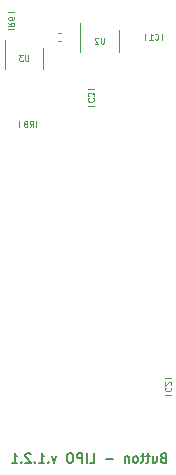
<source format=gbr>
G04 #@! TF.GenerationSoftware,KiCad,Pcbnew,(5.1.9)-1*
G04 #@! TF.CreationDate,2021-03-01T14:20:39+01:00*
G04 #@! TF.ProjectId,button_timer_v1.2.1_lipo,62757474-6f6e-45f7-9469-6d65725f7631,rev?*
G04 #@! TF.SameCoordinates,Original*
G04 #@! TF.FileFunction,Legend,Bot*
G04 #@! TF.FilePolarity,Positive*
%FSLAX46Y46*%
G04 Gerber Fmt 4.6, Leading zero omitted, Abs format (unit mm)*
G04 Created by KiCad (PCBNEW (5.1.9)-1) date 2021-03-01 14:20:39*
%MOMM*%
%LPD*%
G01*
G04 APERTURE LIST*
%ADD10C,0.150000*%
%ADD11C,0.120000*%
%ADD12C,0.125000*%
G04 APERTURE END LIST*
D10*
X131977619Y-99637857D02*
X131863333Y-99675952D01*
X131825238Y-99714047D01*
X131787142Y-99790238D01*
X131787142Y-99904523D01*
X131825238Y-99980714D01*
X131863333Y-100018809D01*
X131939523Y-100056904D01*
X132244285Y-100056904D01*
X132244285Y-99256904D01*
X131977619Y-99256904D01*
X131901428Y-99295000D01*
X131863333Y-99333095D01*
X131825238Y-99409285D01*
X131825238Y-99485476D01*
X131863333Y-99561666D01*
X131901428Y-99599761D01*
X131977619Y-99637857D01*
X132244285Y-99637857D01*
X131101428Y-99523571D02*
X131101428Y-100056904D01*
X131444285Y-99523571D02*
X131444285Y-99942619D01*
X131406190Y-100018809D01*
X131330000Y-100056904D01*
X131215714Y-100056904D01*
X131139523Y-100018809D01*
X131101428Y-99980714D01*
X130834761Y-99523571D02*
X130530000Y-99523571D01*
X130720476Y-99256904D02*
X130720476Y-99942619D01*
X130682380Y-100018809D01*
X130606190Y-100056904D01*
X130530000Y-100056904D01*
X130377619Y-99523571D02*
X130072857Y-99523571D01*
X130263333Y-99256904D02*
X130263333Y-99942619D01*
X130225238Y-100018809D01*
X130149047Y-100056904D01*
X130072857Y-100056904D01*
X129691904Y-100056904D02*
X129768095Y-100018809D01*
X129806190Y-99980714D01*
X129844285Y-99904523D01*
X129844285Y-99675952D01*
X129806190Y-99599761D01*
X129768095Y-99561666D01*
X129691904Y-99523571D01*
X129577619Y-99523571D01*
X129501428Y-99561666D01*
X129463333Y-99599761D01*
X129425238Y-99675952D01*
X129425238Y-99904523D01*
X129463333Y-99980714D01*
X129501428Y-100018809D01*
X129577619Y-100056904D01*
X129691904Y-100056904D01*
X129082380Y-99523571D02*
X129082380Y-100056904D01*
X129082380Y-99599761D02*
X129044285Y-99561666D01*
X128968095Y-99523571D01*
X128853809Y-99523571D01*
X128777619Y-99561666D01*
X128739523Y-99637857D01*
X128739523Y-100056904D01*
X127749047Y-99752142D02*
X127139523Y-99752142D01*
X125768095Y-100056904D02*
X126149047Y-100056904D01*
X126149047Y-99256904D01*
X125501428Y-100056904D02*
X125501428Y-99256904D01*
X125120476Y-100056904D02*
X125120476Y-99256904D01*
X124815714Y-99256904D01*
X124739523Y-99295000D01*
X124701428Y-99333095D01*
X124663333Y-99409285D01*
X124663333Y-99523571D01*
X124701428Y-99599761D01*
X124739523Y-99637857D01*
X124815714Y-99675952D01*
X125120476Y-99675952D01*
X124168095Y-99256904D02*
X124015714Y-99256904D01*
X123939523Y-99295000D01*
X123863333Y-99371190D01*
X123825238Y-99523571D01*
X123825238Y-99790238D01*
X123863333Y-99942619D01*
X123939523Y-100018809D01*
X124015714Y-100056904D01*
X124168095Y-100056904D01*
X124244285Y-100018809D01*
X124320476Y-99942619D01*
X124358571Y-99790238D01*
X124358571Y-99523571D01*
X124320476Y-99371190D01*
X124244285Y-99295000D01*
X124168095Y-99256904D01*
X122949047Y-99523571D02*
X122758571Y-100056904D01*
X122568095Y-99523571D01*
X122263333Y-99980714D02*
X122225238Y-100018809D01*
X122263333Y-100056904D01*
X122301428Y-100018809D01*
X122263333Y-99980714D01*
X122263333Y-100056904D01*
X121463333Y-100056904D02*
X121920476Y-100056904D01*
X121691904Y-100056904D02*
X121691904Y-99256904D01*
X121768095Y-99371190D01*
X121844285Y-99447380D01*
X121920476Y-99485476D01*
X121120476Y-99980714D02*
X121082380Y-100018809D01*
X121120476Y-100056904D01*
X121158571Y-100018809D01*
X121120476Y-99980714D01*
X121120476Y-100056904D01*
X120777619Y-99333095D02*
X120739523Y-99295000D01*
X120663333Y-99256904D01*
X120472857Y-99256904D01*
X120396666Y-99295000D01*
X120358571Y-99333095D01*
X120320476Y-99409285D01*
X120320476Y-99485476D01*
X120358571Y-99599761D01*
X120815714Y-100056904D01*
X120320476Y-100056904D01*
X119977619Y-99980714D02*
X119939523Y-100018809D01*
X119977619Y-100056904D01*
X120015714Y-100018809D01*
X119977619Y-99980714D01*
X119977619Y-100056904D01*
X119177619Y-100056904D02*
X119634761Y-100056904D01*
X119406190Y-100056904D02*
X119406190Y-99256904D01*
X119482380Y-99371190D01*
X119558571Y-99447380D01*
X119634761Y-99485476D01*
D11*
G04 #@! TO.C,U2*
X128210000Y-63450000D02*
X128210000Y-65250000D01*
X124990000Y-65250000D02*
X124990000Y-62800000D01*
G04 #@! TO.C,U3*
X121810000Y-64900000D02*
X121810000Y-66700000D01*
X118590000Y-66700000D02*
X118590000Y-64250000D01*
G04 #@! TO.C,C1*
X130490000Y-63738748D02*
X130490000Y-64261252D01*
X131910000Y-63738748D02*
X131910000Y-64261252D01*
G04 #@! TO.C,C3*
X125588748Y-69810000D02*
X126111252Y-69810000D01*
X125588748Y-68390000D02*
X126111252Y-68390000D01*
G04 #@! TO.C,C2*
X132123548Y-94309000D02*
X132646052Y-94309000D01*
X132123548Y-92889000D02*
X132646052Y-92889000D01*
G04 #@! TO.C,R8*
X121210000Y-71661252D02*
X121210000Y-71138748D01*
X119790000Y-71661252D02*
X119790000Y-71138748D01*
G04 #@! TO.C,R6*
X118838748Y-63310000D02*
X119361252Y-63310000D01*
X118838748Y-61890000D02*
X119361252Y-61890000D01*
G04 #@! TO.C,C5*
X123074165Y-64368000D02*
X123305835Y-64368000D01*
X123074165Y-63648000D02*
X123305835Y-63648000D01*
G04 #@! TO.C,U2*
D12*
X126980952Y-64076190D02*
X126980952Y-64480952D01*
X126957142Y-64528571D01*
X126933333Y-64552380D01*
X126885714Y-64576190D01*
X126790476Y-64576190D01*
X126742857Y-64552380D01*
X126719047Y-64528571D01*
X126695238Y-64480952D01*
X126695238Y-64076190D01*
X126480952Y-64123809D02*
X126457142Y-64100000D01*
X126409523Y-64076190D01*
X126290476Y-64076190D01*
X126242857Y-64100000D01*
X126219047Y-64123809D01*
X126195238Y-64171428D01*
X126195238Y-64219047D01*
X126219047Y-64290476D01*
X126504761Y-64576190D01*
X126195238Y-64576190D01*
G04 #@! TO.C,U3*
X120580952Y-65526190D02*
X120580952Y-65930952D01*
X120557142Y-65978571D01*
X120533333Y-66002380D01*
X120485714Y-66026190D01*
X120390476Y-66026190D01*
X120342857Y-66002380D01*
X120319047Y-65978571D01*
X120295238Y-65930952D01*
X120295238Y-65526190D01*
X120104761Y-65526190D02*
X119795238Y-65526190D01*
X119961904Y-65716666D01*
X119890476Y-65716666D01*
X119842857Y-65740476D01*
X119819047Y-65764285D01*
X119795238Y-65811904D01*
X119795238Y-65930952D01*
X119819047Y-65978571D01*
X119842857Y-66002380D01*
X119890476Y-66026190D01*
X120033333Y-66026190D01*
X120080952Y-66002380D01*
X120104761Y-65978571D01*
G04 #@! TO.C,C1*
X131283333Y-64178571D02*
X131307142Y-64202380D01*
X131378571Y-64226190D01*
X131426190Y-64226190D01*
X131497619Y-64202380D01*
X131545238Y-64154761D01*
X131569047Y-64107142D01*
X131592857Y-64011904D01*
X131592857Y-63940476D01*
X131569047Y-63845238D01*
X131545238Y-63797619D01*
X131497619Y-63750000D01*
X131426190Y-63726190D01*
X131378571Y-63726190D01*
X131307142Y-63750000D01*
X131283333Y-63773809D01*
X130807142Y-64226190D02*
X131092857Y-64226190D01*
X130950000Y-64226190D02*
X130950000Y-63726190D01*
X130997619Y-63797619D01*
X131045238Y-63845238D01*
X131092857Y-63869047D01*
G04 #@! TO.C,C3*
X125671428Y-69183333D02*
X125647619Y-69207142D01*
X125623809Y-69278571D01*
X125623809Y-69326190D01*
X125647619Y-69397619D01*
X125695238Y-69445238D01*
X125742857Y-69469047D01*
X125838095Y-69492857D01*
X125909523Y-69492857D01*
X126004761Y-69469047D01*
X126052380Y-69445238D01*
X126100000Y-69397619D01*
X126123809Y-69326190D01*
X126123809Y-69278571D01*
X126100000Y-69207142D01*
X126076190Y-69183333D01*
X126123809Y-69016666D02*
X126123809Y-68707142D01*
X125933333Y-68873809D01*
X125933333Y-68802380D01*
X125909523Y-68754761D01*
X125885714Y-68730952D01*
X125838095Y-68707142D01*
X125719047Y-68707142D01*
X125671428Y-68730952D01*
X125647619Y-68754761D01*
X125623809Y-68802380D01*
X125623809Y-68945238D01*
X125647619Y-68992857D01*
X125671428Y-69016666D01*
G04 #@! TO.C,C2*
X132206228Y-93682333D02*
X132182419Y-93706142D01*
X132158609Y-93777571D01*
X132158609Y-93825190D01*
X132182419Y-93896619D01*
X132230038Y-93944238D01*
X132277657Y-93968047D01*
X132372895Y-93991857D01*
X132444323Y-93991857D01*
X132539561Y-93968047D01*
X132587180Y-93944238D01*
X132634800Y-93896619D01*
X132658609Y-93825190D01*
X132658609Y-93777571D01*
X132634800Y-93706142D01*
X132610990Y-93682333D01*
X132610990Y-93491857D02*
X132634800Y-93468047D01*
X132658609Y-93420428D01*
X132658609Y-93301380D01*
X132634800Y-93253761D01*
X132610990Y-93229952D01*
X132563371Y-93206142D01*
X132515752Y-93206142D01*
X132444323Y-93229952D01*
X132158609Y-93515666D01*
X132158609Y-93206142D01*
G04 #@! TO.C,R8*
X120683333Y-71626190D02*
X120850000Y-71388095D01*
X120969047Y-71626190D02*
X120969047Y-71126190D01*
X120778571Y-71126190D01*
X120730952Y-71150000D01*
X120707142Y-71173809D01*
X120683333Y-71221428D01*
X120683333Y-71292857D01*
X120707142Y-71340476D01*
X120730952Y-71364285D01*
X120778571Y-71388095D01*
X120969047Y-71388095D01*
X120397619Y-71340476D02*
X120445238Y-71316666D01*
X120469047Y-71292857D01*
X120492857Y-71245238D01*
X120492857Y-71221428D01*
X120469047Y-71173809D01*
X120445238Y-71150000D01*
X120397619Y-71126190D01*
X120302380Y-71126190D01*
X120254761Y-71150000D01*
X120230952Y-71173809D01*
X120207142Y-71221428D01*
X120207142Y-71245238D01*
X120230952Y-71292857D01*
X120254761Y-71316666D01*
X120302380Y-71340476D01*
X120397619Y-71340476D01*
X120445238Y-71364285D01*
X120469047Y-71388095D01*
X120492857Y-71435714D01*
X120492857Y-71530952D01*
X120469047Y-71578571D01*
X120445238Y-71602380D01*
X120397619Y-71626190D01*
X120302380Y-71626190D01*
X120254761Y-71602380D01*
X120230952Y-71578571D01*
X120207142Y-71530952D01*
X120207142Y-71435714D01*
X120230952Y-71388095D01*
X120254761Y-71364285D01*
X120302380Y-71340476D01*
G04 #@! TO.C,R6*
X118873809Y-62783333D02*
X119111904Y-62950000D01*
X118873809Y-63069047D02*
X119373809Y-63069047D01*
X119373809Y-62878571D01*
X119350000Y-62830952D01*
X119326190Y-62807142D01*
X119278571Y-62783333D01*
X119207142Y-62783333D01*
X119159523Y-62807142D01*
X119135714Y-62830952D01*
X119111904Y-62878571D01*
X119111904Y-63069047D01*
X119373809Y-62354761D02*
X119373809Y-62450000D01*
X119350000Y-62497619D01*
X119326190Y-62521428D01*
X119254761Y-62569047D01*
X119159523Y-62592857D01*
X118969047Y-62592857D01*
X118921428Y-62569047D01*
X118897619Y-62545238D01*
X118873809Y-62497619D01*
X118873809Y-62402380D01*
X118897619Y-62354761D01*
X118921428Y-62330952D01*
X118969047Y-62307142D01*
X119088095Y-62307142D01*
X119135714Y-62330952D01*
X119159523Y-62354761D01*
X119183333Y-62402380D01*
X119183333Y-62497619D01*
X119159523Y-62545238D01*
X119135714Y-62569047D01*
X119088095Y-62592857D01*
G04 #@! TD*
M02*

</source>
